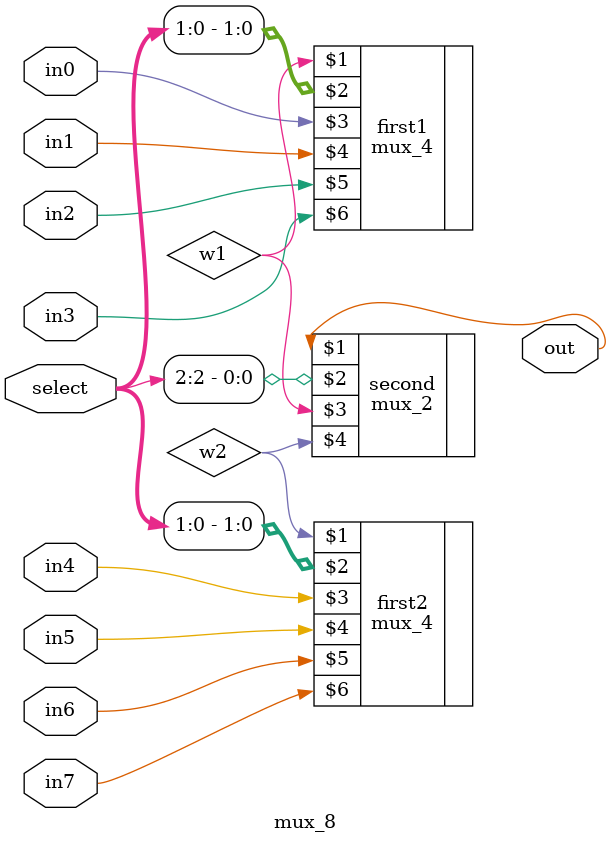
<source format=v>
module mux_8 #(parameter WIDTH=1)(out, select, in0, in1, in2, in3, in4, in5, in6, in7); 
    input [2:0] select;
    input [WIDTH-1:0] in0, in1, in2, in3, in4, in5, in6, in7;
    output [WIDTH-1:0] out;
    wire [WIDTH-1:0] w1, w2;

    mux_4 #(WIDTH) first1(w1, select[1:0], in0, in1, in2, in3);
    mux_4 #(WIDTH) first2(w2, select[1:0], in4, in5, in6, in7);
    mux_2 #(WIDTH) second(out, select[2], w1, w2);
endmodule
</source>
